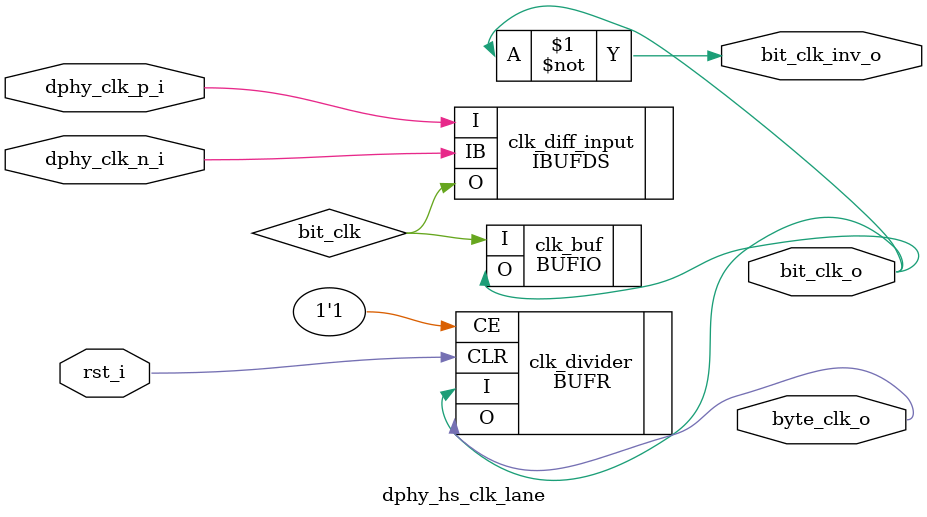
<source format=sv>
module dphy_hs_clk_lane 
(
  input        dphy_clk_p_i,
  input        dphy_clk_n_i,
  input        rst_i,
  output logic bit_clk_o,
  output logic bit_clk_inv_o,
  output logic byte_clk_o
);

logic bit_clk;

// Convert input differnetial DDR DPHY clock to single-ended bit DDR clock.
IBUFDS #(
  .DIFF_TERM    ( 1            ),
  .IBUF_LOW_PWR ( 0            ),
  .IOSTANDARD   ( "DEFAULT"    )
) clk_diff_input (
  .O            ( bit_clk      ),
  .I            ( dphy_clk_p_i ),
  .IB           ( dphy_clk_n_i )
);

// Passes our single-ended bit DDR clock to clock distribution circuit.
BUFIO clk_buf (
  .O ( bit_clk_o ),
  .I ( bit_clk   )
);

// Create another clock divided by 4, which is byte clock
BUFR #(
  .BUFR_DIVIDE ( "4"        ),
  .SIM_DEVICE  ( "7SERIES"  )
) clk_divider (
  .O           ( byte_clk_o ),
  .CE          ( 1'b1       ),
  .CLR         ( rst_i      ),
  .I           ( bit_clk_o  )
);

// Is needed by ISERDESE2 in data lane PHY
assign bit_clk_inv_o = ~bit_clk_o;

endmodule

</source>
